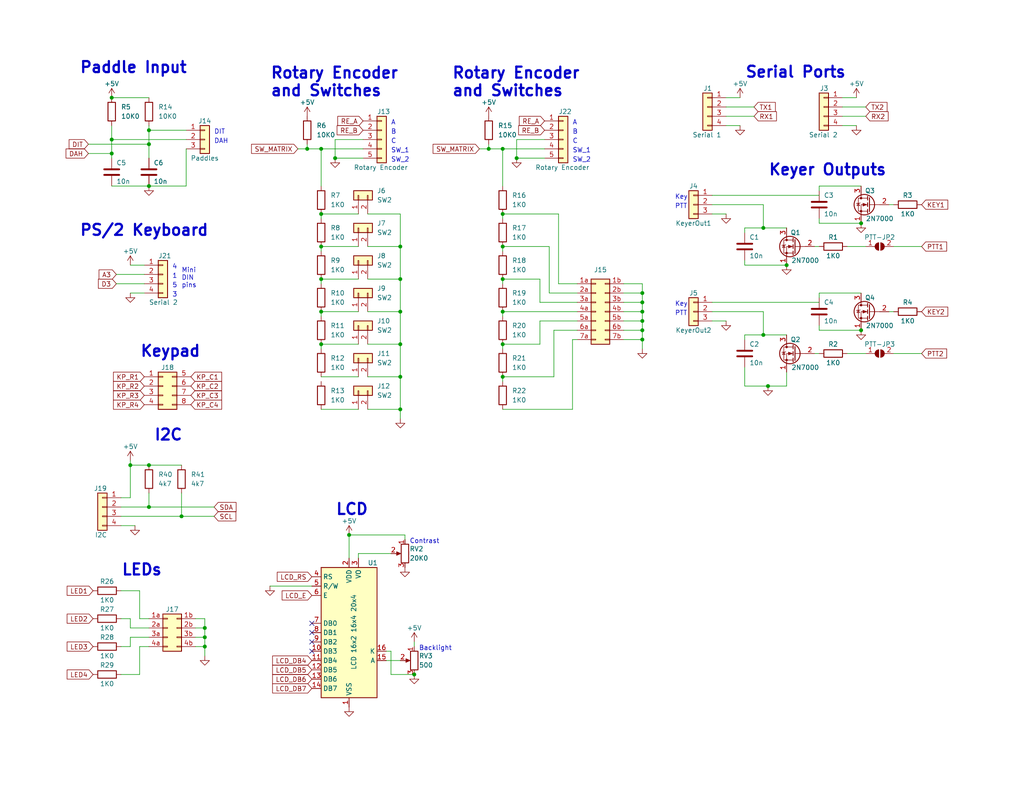
<source format=kicad_sch>
(kicad_sch (version 20230121) (generator eeschema)
  (paper "USLetter")
  (title_block (title "Arduino Mega2560 K3NG Keyer - Miscellaneous Circuits") (date "2024-03-12") (rev "0.1") (company "EZ Electronics"))
  (lib_symbols
    (symbol "Connector_Generic:Conn_01x02" (pin_names (offset 1.016) hide)
      (property "Reference" "J" (at 0 2.54 0))
      (property "Value" "Conn_01x02" (at 0 -5.08 0))
      (symbol "Conn_01x02_1_1"
        (rectangle (start -1.27 -2.413) (end 0 -2.667) (stroke (width 0.1524)))
        (rectangle (start -1.27 0.127) (end 0 -0.127) (stroke (width 0.1524)))
        (rectangle (start -1.27 1.27) (end 1.27 -3.81) (stroke (width 0.254)) (fill (type background)))
        (pin passive line (at -5.08 0 0) (length 3.81) (name "Pin_1") (number "1"))
        (pin passive line (at -5.08 -2.54 0) (length 3.81) (name "Pin_2") (number "2"))
      )
    )
    (symbol "Connector_Generic:Conn_01x03" (pin_names (offset 1.016) hide)
      (property "Reference" "J" (at 0 5.08 0))
      (property "Value" "Conn_01x03" (at 0 -5.08 0))
      (symbol "Conn_01x03_1_1"
        (rectangle (start -1.27 -2.413) (end 0 -2.667) (stroke (width 0.1524)))
        (rectangle (start -1.27 0.127) (end 0 -0.127) (stroke (width 0.1524)))
        (rectangle (start -1.27 2.667) (end 0 2.413) (stroke (width 0.1524)))
        (rectangle (start -1.27 3.81) (end 1.27 -3.81) (stroke (width 0.254)) (fill (type background)))
        (pin passive line (at -5.08 2.54 0) (length 3.81) (name "Pin_1") (number "1"))
        (pin passive line (at -5.08 0 0) (length 3.81) (name "Pin_2") (number "2"))
        (pin passive line (at -5.08 -2.54 0) (length 3.81) (name "Pin_3") (number "3"))
      )
    )
    (symbol "Connector_Generic:Conn_01x04" (pin_names (offset 1.016) hide)
      (property "Reference" "J" (at 0 5.08 0))
      (property "Value" "Conn_01x04" (at 0 -7.62 0))
      (symbol "Conn_01x04_1_1"
        (rectangle (start -1.27 -4.953) (end 0 -5.207) (stroke (width 0.1524)))
        (rectangle (start -1.27 -2.413) (end 0 -2.667) (stroke (width 0.1524)))
        (rectangle (start -1.27 0.127) (end 0 -0.127) (stroke (width 0.1524)))
        (rectangle (start -1.27 2.667) (end 0 2.413) (stroke (width 0.1524)))
        (rectangle (start -1.27 3.81) (end 1.27 -6.35) (stroke (width 0.254)) (fill (type background)))
        (pin passive line (at -5.08 2.54 0) (length 3.81) (name "Pin_1") (number "1"))
        (pin passive line (at -5.08 0 0) (length 3.81) (name "Pin_2") (number "2"))
        (pin passive line (at -5.08 -2.54 0) (length 3.81) (name "Pin_3") (number "3"))
        (pin passive line (at -5.08 -5.08 0) (length 3.81) (name "Pin_4") (number "4"))
      )
    )
    (symbol "Connector_Generic:Conn_01x05" (pin_names (offset 1.016) hide)
      (property "Reference" "J" (at 0 7.62 0))
      (property "Value" "Conn_01x05" (at 0 -7.62 0))
      (symbol "Conn_01x05_1_1"
        (rectangle (start -1.27 -4.953) (end 0 -5.207) (stroke (width 0.1524)))
        (rectangle (start -1.27 -2.413) (end 0 -2.667) (stroke (width 0.1524)))
        (rectangle (start -1.27 0.127) (end 0 -0.127) (stroke (width 0.1524)))
        (rectangle (start -1.27 2.667) (end 0 2.413) (stroke (width 0.1524)))
        (rectangle (start -1.27 5.207) (end 0 4.953) (stroke (width 0.1524)))
        (rectangle (start -1.27 6.35) (end 1.27 -6.35) (stroke (width 0.254)) (fill (type background)))
        (pin passive line (at -5.08 5.08 0) (length 3.81) (name "Pin_1") (number "1"))
        (pin passive line (at -5.08 2.54 0) (length 3.81) (name "Pin_2") (number "2"))
        (pin passive line (at -5.08 0 0) (length 3.81) (name "Pin_3") (number "3"))
        (pin passive line (at -5.08 -2.54 0) (length 3.81) (name "Pin_4") (number "4"))
        (pin passive line (at -5.08 -5.08 0) (length 3.81) (name "Pin_5") (number "5"))
      )
    )
    (symbol "Connector_Generic:Conn_02x04_Row_Letter_Last" (pin_names (offset 1.016) hide)
      (property "Reference" "J" (at 1.27 5.08 0))
      (property "Value" "Conn_02x04_Row_Letter_Last" (at 1.27 -7.62 0))
      (symbol "Conn_02x04_Row_Letter_Last_1_1"
        (rectangle (start -1.27 -4.953) (end 0 -5.207) (stroke (width 0.1524)))
        (rectangle (start -1.27 -2.413) (end 0 -2.667) (stroke (width 0.1524)))
        (rectangle (start -1.27 0.127) (end 0 -0.127) (stroke (width 0.1524)))
        (rectangle (start -1.27 2.667) (end 0 2.413) (stroke (width 0.1524)))
        (rectangle (start -1.27 3.81) (end 3.81 -6.35) (stroke (width 0.254)) (fill (type background)))
        (rectangle (start 3.81 -4.953) (end 2.54 -5.207) (stroke (width 0.1524)))
        (rectangle (start 3.81 -2.413) (end 2.54 -2.667) (stroke (width 0.1524)))
        (rectangle (start 3.81 0.127) (end 2.54 -0.127) (stroke (width 0.1524)))
        (rectangle (start 3.81 2.667) (end 2.54 2.413) (stroke (width 0.1524)))
        (pin passive line (at -5.08 2.54 0) (length 3.81) (name "Pin_1a") (number "1a"))
        (pin passive line (at 7.62 2.54 180) (length 3.81) (name "Pin_1b") (number "1b"))
        (pin passive line (at -5.08 0 0) (length 3.81) (name "Pin_2a") (number "2a"))
        (pin passive line (at 7.62 0 180) (length 3.81) (name "Pin_2b") (number "2b"))
        (pin passive line (at -5.08 -2.54 0) (length 3.81) (name "Pin_3a") (number "3a"))
        (pin passive line (at 7.62 -2.54 180) (length 3.81) (name "Pin_3b") (number "3b"))
        (pin passive line (at -5.08 -5.08 0) (length 3.81) (name "Pin_4a") (number "4a"))
        (pin passive line (at 7.62 -5.08 180) (length 3.81) (name "Pin_4b") (number "4b"))
      )
    )
    (symbol "Connector_Generic:Conn_02x04_Top_Bottom" (pin_names (offset 1.016) hide)
      (property "Reference" "J" (at 1.27 5.08 0))
      (property "Value" "Conn_02x04_Top_Bottom" (at 1.27 -7.62 0))
      (symbol "Conn_02x04_Top_Bottom_1_1"
        (rectangle (start -1.27 -4.953) (end 0 -5.207) (stroke (width 0.1524)))
        (rectangle (start -1.27 -2.413) (end 0 -2.667) (stroke (width 0.1524)))
        (rectangle (start -1.27 0.127) (end 0 -0.127) (stroke (width 0.1524)))
        (rectangle (start -1.27 2.667) (end 0 2.413) (stroke (width 0.1524)))
        (rectangle (start -1.27 3.81) (end 3.81 -6.35) (stroke (width 0.254)) (fill (type background)))
        (rectangle (start 3.81 -4.953) (end 2.54 -5.207) (stroke (width 0.1524)))
        (rectangle (start 3.81 -2.413) (end 2.54 -2.667) (stroke (width 0.1524)))
        (rectangle (start 3.81 0.127) (end 2.54 -0.127) (stroke (width 0.1524)))
        (rectangle (start 3.81 2.667) (end 2.54 2.413) (stroke (width 0.1524)))
        (pin passive line (at -5.08 2.54 0) (length 3.81) (name "Pin_1") (number "1"))
        (pin passive line (at -5.08 0 0) (length 3.81) (name "Pin_2") (number "2"))
        (pin passive line (at -5.08 -2.54 0) (length 3.81) (name "Pin_3") (number "3"))
        (pin passive line (at -5.08 -5.08 0) (length 3.81) (name "Pin_4") (number "4"))
        (pin passive line (at 7.62 2.54 180) (length 3.81) (name "Pin_5") (number "5"))
        (pin passive line (at 7.62 0 180) (length 3.81) (name "Pin_6") (number "6"))
        (pin passive line (at 7.62 -2.54 180) (length 3.81) (name "Pin_7") (number "7"))
        (pin passive line (at 7.62 -5.08 180) (length 3.81) (name "Pin_8") (number "8"))
      )
    )
    (symbol "Connector_Generic:Conn_02x07_Row_Letter_Last" (pin_names (offset 1.016) hide)
      (property "Reference" "J" (at 1.27 10.16 0))
      (property "Value" "Conn_02x07_Row_Letter_Last" (at 1.27 -10.16 0))
      (symbol "Conn_02x07_Row_Letter_Last_1_1"
        (rectangle (start -1.27 -7.493) (end 0 -7.747) (stroke (width 0.1524)))
        (rectangle (start -1.27 -4.953) (end 0 -5.207) (stroke (width 0.1524)))
        (rectangle (start -1.27 -2.413) (end 0 -2.667) (stroke (width 0.1524)))
        (rectangle (start -1.27 0.127) (end 0 -0.127) (stroke (width 0.1524)))
        (rectangle (start -1.27 2.667) (end 0 2.413) (stroke (width 0.1524)))
        (rectangle (start -1.27 5.207) (end 0 4.953) (stroke (width 0.1524)))
        (rectangle (start -1.27 7.747) (end 0 7.493) (stroke (width 0.1524)))
        (rectangle (start -1.27 8.89) (end 3.81 -8.89) (stroke (width 0.254)) (fill (type background)))
        (rectangle (start 3.81 -7.493) (end 2.54 -7.747) (stroke (width 0.1524)))
        (rectangle (start 3.81 -4.953) (end 2.54 -5.207) (stroke (width 0.1524)))
        (rectangle (start 3.81 -2.413) (end 2.54 -2.667) (stroke (width 0.1524)))
        (rectangle (start 3.81 0.127) (end 2.54 -0.127) (stroke (width 0.1524)))
        (rectangle (start 3.81 2.667) (end 2.54 2.413) (stroke (width 0.1524)))
        (rectangle (start 3.81 5.207) (end 2.54 4.953) (stroke (width 0.1524)))
        (rectangle (start 3.81 7.747) (end 2.54 7.493) (stroke (width 0.1524)))
        (pin passive line (at -5.08 7.62 0) (length 3.81) (name "Pin_1a") (number "1a"))
        (pin passive line (at 7.62 7.62 180) (length 3.81) (name "Pin_1b") (number "1b"))
        (pin passive line (at -5.08 5.08 0) (length 3.81) (name "Pin_2a") (number "2a"))
        (pin passive line (at 7.62 5.08 180) (length 3.81) (name "Pin_2b") (number "2b"))
        (pin passive line (at -5.08 2.54 0) (length 3.81) (name "Pin_3a") (number "3a"))
        (pin passive line (at 7.62 2.54 180) (length 3.81) (name "Pin_3b") (number "3b"))
        (pin passive line (at -5.08 0 0) (length 3.81) (name "Pin_4a") (number "4a"))
        (pin passive line (at 7.62 0 180) (length 3.81) (name "Pin_4b") (number "4b"))
        (pin passive line (at -5.08 -2.54 0) (length 3.81) (name "Pin_5a") (number "5a"))
        (pin passive line (at 7.62 -2.54 180) (length 3.81) (name "Pin_5b") (number "5b"))
        (pin passive line (at -5.08 -5.08 0) (length 3.81) (name "Pin_6a") (number "6a"))
        (pin passive line (at 7.62 -5.08 180) (length 3.81) (name "Pin_6b") (number "6b"))
        (pin passive line (at -5.08 -7.62 0) (length 3.81) (name "Pin_7a") (number "7a"))
        (pin passive line (at 7.62 -7.62 180) (length 3.81) (name "Pin_7b") (number "7b"))
      )
    )
    (symbol "Device:C" (pin_numbers hide) (pin_names (offset 0.254))
      (property "Reference" "C" (at 0.635 2.54 0))
      (property "Value" "C" (at 0.635 -2.54 0))
      (symbol "C_0_1"
        (polyline (pts (xy -2.032 -0.762) (xy 2.032 -0.762)) (stroke (width 0.508)))
        (polyline (pts (xy -2.032 0.762) (xy 2.032 0.762)) (stroke (width 0.508)))
      )
      (symbol "C_1_1"
        (pin passive line (at 0 3.81 270) (length 2.794) (name "~") (number "1"))
        (pin passive line (at 0 -3.81 90) (length 2.794) (name "~") (number "2"))
      )
    )
    (symbol "Device:R" (pin_numbers hide) (pin_names (offset 0))
      (property "Reference" "R" (at 2.032 0 90))
      (property "Value" "R" (at 0 0 90))
      (symbol "R_0_1"
        (rectangle (start -1.016 -2.54) (end 1.016 2.54) (stroke (width 0.254)))
      )
      (symbol "R_1_1"
        (pin passive line (at 0 3.81 270) (length 1.27) (name "~") (number "1"))
        (pin passive line (at 0 -3.81 90) (length 1.27) (name "~") (number "2"))
      )
    )
    (symbol "Device:R_Potentiometer" (pin_names (offset 1.016) hide)
      (property "Reference" "RV" (at -4.445 0 90))
      (property "Value" "R_Potentiometer" (at -2.54 0 90))
      (symbol "R_Potentiometer_0_1"
        (polyline (pts (xy 2.54 0) (xy 1.524 0)))
        (polyline (pts (xy 1.143 0) (xy 2.286 0.508) (xy 2.286 -0.508) (xy 1.143 0)) (fill (type outline)))
        (rectangle (start 1.016 2.54) (end -1.016 -2.54) (stroke (width 0.254)))
      )
      (symbol "R_Potentiometer_1_1"
        (pin passive line (at 0 3.81 270) (length 1.27) (name "1") (number "1"))
        (pin passive line (at 3.81 0 180) (length 1.27) (name "2") (number "2"))
        (pin passive line (at 0 -3.81 90) (length 1.27) (name "3") (number "3"))
      )
    )
    (symbol "Display_Character:NHD-0420H1Z"
      (property "Reference" "U" (at -6.35 19.05 0))
      (property "Value" "NHD-0420H1Z" (at 5.08 19.05 0))
      (symbol "NHD-0420H1Z_0_1"
        (rectangle (start -7.62 17.78) (end 7.62 -17.78) (stroke (width 0.254)) (fill (type background)))
      )
      (symbol "NHD-0420H1Z_1_1"
        (pin power_in line (at 0 -20.32 90) (length 2.54) (name "VSS") (number "1"))
        (pin bidirectional line (at -10.16 -5.08 0) (length 2.54) (name "DB3") (number "10"))
        (pin bidirectional line (at -10.16 -7.62 0) (length 2.54) (name "DB4") (number "11"))
        (pin bidirectional line (at -10.16 -10.16 0) (length 2.54) (name "DB5") (number "12"))
        (pin bidirectional line (at -10.16 -12.7 0) (length 2.54) (name "DB6") (number "13"))
        (pin bidirectional line (at -10.16 -15.24 0) (length 2.54) (name "DB7") (number "14"))
        (pin passive line (at 10.16 -7.62 180) (length 2.54) (name "A") (number "15"))
        (pin passive line (at 10.16 -5.08 180) (length 2.54) (name "K") (number "16"))
        (pin power_in line (at 0 20.32 270) (length 2.54) (name "VDD") (number "2"))
        (pin power_in line (at 2.54 20.32 270) (length 2.54) (name "VO") (number "3"))
        (pin input line (at -10.16 15.24 0) (length 2.54) (name "RS") (number "4"))
        (pin input line (at -10.16 12.7 0) (length 2.54) (name "R/W") (number "5"))
        (pin input line (at -10.16 10.16 0) (length 2.54) (name "E") (number "6"))
        (pin bidirectional line (at -10.16 2.54 0) (length 2.54) (name "DB0") (number "7"))
        (pin bidirectional line (at -10.16 0 0) (length 2.54) (name "DB1") (number "8"))
        (pin bidirectional line (at -10.16 -2.54 0) (length 2.54) (name "DB2") (number "9"))
      )
    )
    (symbol "Jumper:SolderJumper_2_Open" (pin_names (offset 0) hide)
      (property "Reference" "JP" (at 0 2.032 0))
      (property "Value" "SolderJumper_2_Open" (at 0 -2.54 0))
      (symbol "SolderJumper_2_Open_0_1"
        (arc (start -0.254 1.016) (mid -1.2656 0) (end -0.254 -1.016))
        (arc (start -0.254 1.016) (mid -1.2656 0) (end -0.254 -1.016) (fill (type outline)))
        (polyline (pts (xy -0.254 1.016) (xy -0.254 -1.016)))
        (polyline (pts (xy 0.254 1.016) (xy 0.254 -1.016)))
        (arc (start 0.254 -1.016) (mid 1.2656 0) (end 0.254 1.016))
        (arc (start 0.254 -1.016) (mid 1.2656 0) (end 0.254 1.016) (fill (type outline)))
      )
      (symbol "SolderJumper_2_Open_1_1"
        (pin passive line (at -3.81 0 0) (length 2.54) (name "A") (number "1"))
        (pin passive line (at 3.81 0 180) (length 2.54) (name "B") (number "2"))
      )
    )
    (symbol "Transistor_FET:2N7000" (pin_names hide)
      (property "Reference" "Q" (at 5.08 1.905 0))
      (property "Value" "2N7000" (at 5.08 0 0))
      (symbol "2N7000_0_1"
        (polyline (pts (xy 0.254 0) (xy -2.54 0)))
        (polyline (pts (xy 0.254 1.905) (xy 0.254 -1.905)) (stroke (width 0.254)))
        (polyline (pts (xy 0.762 -1.27) (xy 0.762 -2.286)) (stroke (width 0.254)))
        (polyline (pts (xy 0.762 0.508) (xy 0.762 -0.508)) (stroke (width 0.254)))
        (polyline (pts (xy 0.762 2.286) (xy 0.762 1.27)) (stroke (width 0.254)))
        (polyline (pts (xy 2.54 2.54) (xy 2.54 1.778)))
        (polyline (pts (xy 2.54 -2.54) (xy 2.54 0) (xy 0.762 0)))
        (polyline (pts (xy 0.762 -1.778) (xy 3.302 -1.778) (xy 3.302 1.778) (xy 0.762 1.778)))
        (polyline (pts (xy 1.016 0) (xy 2.032 0.381) (xy 2.032 -0.381) (xy 1.016 0)) (fill (type outline)))
        (polyline (pts (xy 2.794 0.508) (xy 2.921 0.381) (xy 3.683 0.381) (xy 3.81 0.254)))
        (polyline (pts (xy 3.302 0.381) (xy 2.921 -0.254) (xy 3.683 -0.254) (xy 3.302 0.381)))
        (circle (center 1.651 0) (radius 2.794) (stroke (width 0.254)))
        (circle (center 2.54 -1.778) (radius 0.254) (fill (type outline)))
        (circle (center 2.54 1.778) (radius 0.254) (fill (type outline)))
      )
      (symbol "2N7000_1_1"
        (pin passive line (at 2.54 -5.08 90) (length 2.54) (name "S") (number "1"))
        (pin input line (at -5.08 0 0) (length 2.54) (name "G") (number "2"))
        (pin passive line (at 2.54 5.08 270) (length 2.54) (name "D") (number "3"))
      )
    )
    (symbol "power:+5V" (power) (pin_names (offset 0))
      (property "Value" "+5V" (at 0 3.556 0))
      (symbol "+5V_0_1"
        (polyline (pts (xy -0.762 1.27) (xy 0 2.54)))
        (polyline (pts (xy 0 0) (xy 0 2.54)))
        (polyline (pts (xy 0 2.54) (xy 0.762 1.27)))
      )
      (symbol "+5V_1_1"
        (pin power_in line (at 0 0 90) (length 0) hide (name "+5V") (number "1"))
      )
    )
    (symbol "power:GND" (power) (pin_names (offset 0))
      (property "Value" "GND" (at 0 -3.81 0))
      (symbol "GND_0_1"
        (polyline (pts (xy 0 0) (xy 0 -1.27) (xy 1.27 -1.27) (xy 0 -2.54) (xy -1.27 -1.27) (xy 0 -1.27)))
      )
      (symbol "GND_1_1"
        (pin power_in line (at 0 0 270) (length 0) hide (name "GND") (number "1"))
      )
    )
  )
  (junction (at 208.28 91.44))
  (junction (at 87.63 85.09))
  (junction (at 137.16 93.98))
  (junction (at 49.53 140.97))
  (junction (at 137.16 58.42))
  (junction (at 214.63 72.39))
  (junction (at 95.25 146.05))
  (junction (at 234.95 60.96))
  (junction (at 137.16 67.31))
  (junction (at 35.56 127))
  (junction (at 109.22 67.31))
  (junction (at 209.55 105.41))
  (junction (at 234.95 90.17))
  (junction (at 30.48 41.91))
  (junction (at 109.22 102.87))
  (junction (at 40.64 138.43))
  (junction (at 30.48 38.1))
  (junction (at 87.63 40.64))
  (junction (at 175.26 90.17))
  (junction (at 87.63 67.31))
  (junction (at 175.26 87.63))
  (junction (at 109.22 76.2))
  (junction (at 83.82 40.64))
  (junction (at 113.03 184.15))
  (junction (at 87.63 58.42))
  (junction (at 30.48 26.67))
  (junction (at 137.16 40.64))
  (junction (at 87.63 93.98))
  (junction (at 175.26 82.55))
  (junction (at 40.64 50.8))
  (junction (at 175.26 85.09))
  (junction (at 55.88 171.45))
  (junction (at 109.22 93.98))
  (junction (at 40.64 127))
  (junction (at 133.35 40.64))
  (junction (at 91.44 43.18))
  (junction (at 40.64 39.37))
  (junction (at 137.16 102.87))
  (junction (at 109.22 85.09))
  (junction (at 55.88 173.99))
  (junction (at 137.16 85.09))
  (junction (at 55.88 176.53))
  (junction (at 175.26 92.71))
  (junction (at 40.64 35.56))
  (junction (at 137.16 76.2))
  (junction (at 175.26 80.01))
  (junction (at 109.22 111.76))
  (junction (at 208.28 62.23))
  (junction (at 140.97 43.18))
  (junction (at 87.63 76.2))
  (no_connect (at 85.09 177.8))
  (no_connect (at 85.09 175.26))
  (no_connect (at 85.09 172.72))
  (no_connect (at 85.09 170.18))
  (wire (pts (xy 55.88 176.53) (xy 55.88 179.07)))
  (wire (pts (xy 40.64 127) (xy 49.53 127)))
  (wire (pts (xy 175.26 77.47) (xy 175.26 80.01)))
  (wire (pts (xy 223.52 52.07) (xy 223.52 50.8)))
  (wire (pts (xy 40.64 35.56) (xy 40.64 39.37)))
  (wire (pts (xy 87.63 40.64) (xy 87.63 50.8)))
  (wire (pts (xy 35.56 176.53) (xy 35.56 173.99)))
  (wire (pts (xy 223.52 60.96) (xy 234.95 60.96)))
  (wire (pts (xy 83.82 40.64) (xy 87.63 40.64)))
  (wire (pts (xy 236.22 67.31) (xy 231.14 67.31)))
  (wire (pts (xy 152.4 58.42) (xy 152.4 77.47)))
  (wire (pts (xy 50.8 40.64) (xy 50.8 50.8)))
  (wire (pts (xy 214.63 101.6) (xy 214.63 105.41)))
  (wire (pts (xy 147.32 87.63) (xy 157.48 87.63)))
  (wire (pts (xy 53.34 173.99) (xy 55.88 173.99)))
  (wire (pts (xy 222.25 96.52) (xy 223.52 96.52)))
  (wire (pts (xy 35.56 135.89) (xy 33.02 135.89)))
  (wire (pts (xy 133.35 39.37) (xy 133.35 40.64)))
  (wire (pts (xy 39.37 72.39) (xy 35.56 72.39)))
  (wire (pts (xy 170.18 82.55) (xy 175.26 82.55)))
  (wire (pts (xy 175.26 85.09) (xy 175.26 87.63)))
  (wire (pts (xy 156.21 111.76) (xy 156.21 92.71)))
  (wire (pts (xy 53.34 176.53) (xy 55.88 176.53)))
  (wire (pts (xy 33.02 143.51) (xy 36.83 143.51)))
  (wire (pts (xy 40.64 34.29) (xy 40.64 35.56)))
  (wire (pts (xy 87.63 85.09) (xy 97.79 85.09)))
  (wire (pts (xy 194.31 58.42) (xy 198.12 58.42)))
  (wire (pts (xy 137.16 76.2) (xy 147.32 76.2)))
  (wire (pts (xy 106.68 184.15) (xy 113.03 184.15)))
  (wire (pts (xy 170.18 85.09) (xy 175.26 85.09)))
  (wire (pts (xy 147.32 82.55) (xy 157.48 82.55)))
  (wire (pts (xy 35.56 173.99) (xy 40.64 173.99)))
  (wire (pts (xy 223.52 88.9) (xy 223.52 90.17)))
  (wire (pts (xy 251.46 67.31) (xy 243.84 67.31)))
  (wire (pts (xy 106.68 151.13) (xy 97.79 151.13)))
  (wire (pts (xy 194.31 82.55) (xy 223.52 82.55)))
  (wire (pts (xy 33.02 184.15) (xy 38.1 184.15)))
  (wire (pts (xy 203.2 91.44) (xy 208.28 91.44)))
  (wire (pts (xy 229.87 34.29) (xy 233.68 34.29)))
  (wire (pts (xy 87.63 76.2) (xy 87.63 77.47)))
  (wire (pts (xy 152.4 77.47) (xy 157.48 77.47)))
  (wire (pts (xy 156.21 92.71) (xy 157.48 92.71)))
  (wire (pts (xy 236.22 96.52) (xy 231.14 96.52)))
  (wire (pts (xy 222.25 67.31) (xy 223.52 67.31)))
  (wire (pts (xy 105.41 180.34) (xy 109.22 180.34)))
  (wire (pts (xy 30.48 34.29) (xy 30.48 38.1)))
  (wire (pts (xy 130.81 40.64) (xy 133.35 40.64)))
  (wire (pts (xy 236.22 29.21) (xy 229.87 29.21)))
  (wire (pts (xy 223.52 90.17) (xy 234.95 90.17)))
  (wire (pts (xy 137.16 40.64) (xy 148.59 40.64)))
  (wire (pts (xy 110.49 147.32) (xy 110.49 146.05)))
  (wire (pts (xy 95.25 146.05) (xy 110.49 146.05)))
  (wire (pts (xy 40.64 39.37) (xy 40.64 43.18)))
  (wire (pts (xy 137.16 67.31) (xy 137.16 68.58)))
  (wire (pts (xy 35.56 171.45) (xy 35.56 168.91)))
  (wire (pts (xy 100.33 102.87) (xy 109.22 102.87)))
  (wire (pts (xy 55.88 173.99) (xy 55.88 176.53)))
  (wire (pts (xy 81.28 40.64) (xy 83.82 40.64)))
  (wire (pts (xy 97.79 151.13) (xy 97.79 152.4)))
  (wire (pts (xy 109.22 76.2) (xy 109.22 85.09)))
  (wire (pts (xy 109.22 93.98) (xy 109.22 102.87)))
  (wire (pts (xy 39.37 80.01) (xy 35.56 80.01)))
  (wire (pts (xy 55.88 168.91) (xy 55.88 171.45)))
  (wire (pts (xy 137.16 85.09) (xy 157.48 85.09)))
  (wire (pts (xy 87.63 111.76) (xy 97.79 111.76)))
  (wire (pts (xy 137.16 93.98) (xy 147.32 93.98)))
  (wire (pts (xy 109.22 111.76) (xy 109.22 114.3)))
  (wire (pts (xy 194.31 53.34) (xy 223.52 53.34)))
  (wire (pts (xy 242.57 85.09) (xy 243.84 85.09)))
  (wire (pts (xy 87.63 58.42) (xy 87.63 59.69)))
  (wire (pts (xy 30.48 26.67) (xy 40.64 26.67)))
  (wire (pts (xy 140.97 43.18) (xy 148.59 43.18)))
  (wire (pts (xy 31.75 77.47) (xy 39.37 77.47)))
  (wire (pts (xy 100.33 111.76) (xy 109.22 111.76)))
  (wire (pts (xy 203.2 71.12) (xy 203.2 72.39)))
  (wire (pts (xy 35.56 168.91) (xy 33.02 168.91)))
  (wire (pts (xy 35.56 127) (xy 35.56 135.89)))
  (wire (pts (xy 109.22 58.42) (xy 109.22 67.31)))
  (wire (pts (xy 91.44 43.18) (xy 99.06 43.18)))
  (wire (pts (xy 30.48 50.8) (xy 40.64 50.8)))
  (wire (pts (xy 40.64 138.43) (xy 58.42 138.43)))
  (wire (pts (xy 53.34 171.45) (xy 55.88 171.45)))
  (wire (pts (xy 35.56 127) (xy 40.64 127)))
  (wire (pts (xy 137.16 85.09) (xy 137.16 86.36)))
  (wire (pts (xy 175.26 80.01) (xy 175.26 82.55)))
  (wire (pts (xy 147.32 76.2) (xy 147.32 82.55)))
  (wire (pts (xy 137.16 102.87) (xy 151.13 102.87)))
  (wire (pts (xy 87.63 102.87) (xy 97.79 102.87)))
  (wire (pts (xy 175.26 82.55) (xy 175.26 85.09)))
  (wire (pts (xy 40.64 138.43) (xy 33.02 138.43)))
  (wire (pts (xy 40.64 35.56) (xy 50.8 35.56)))
  (wire (pts (xy 133.35 40.64) (xy 137.16 40.64)))
  (wire (pts (xy 140.97 38.1) (xy 148.59 38.1)))
  (wire (pts (xy 198.12 31.75) (xy 205.74 31.75)))
  (wire (pts (xy 100.33 85.09) (xy 109.22 85.09)))
  (wire (pts (xy 33.02 161.29) (xy 38.1 161.29)))
  (wire (pts (xy 203.2 105.41) (xy 209.55 105.41)))
  (wire (pts (xy 175.26 87.63) (xy 175.26 90.17)))
  (wire (pts (xy 24.13 39.37) (xy 40.64 39.37)))
  (wire (pts (xy 30.48 38.1) (xy 50.8 38.1)))
  (wire (pts (xy 30.48 41.91) (xy 30.48 43.18)))
  (wire (pts (xy 87.63 85.09) (xy 87.63 86.36)))
  (wire (pts (xy 223.52 59.69) (xy 223.52 60.96)))
  (wire (pts (xy 140.97 43.18) (xy 140.97 38.1)))
  (wire (pts (xy 40.64 134.62) (xy 40.64 138.43)))
  (wire (pts (xy 87.63 93.98) (xy 87.63 95.25)))
  (wire (pts (xy 109.22 67.31) (xy 109.22 76.2)))
  (wire (pts (xy 30.48 38.1) (xy 30.48 41.91)))
  (wire (pts (xy 229.87 26.67) (xy 233.68 26.67)))
  (wire (pts (xy 242.57 55.88) (xy 243.84 55.88)))
  (wire (pts (xy 109.22 85.09) (xy 109.22 93.98)))
  (wire (pts (xy 40.64 171.45) (xy 35.56 171.45)))
  (wire (pts (xy 149.86 67.31) (xy 149.86 80.01)))
  (wire (pts (xy 194.31 85.09) (xy 208.28 85.09)))
  (wire (pts (xy 49.53 140.97) (xy 33.02 140.97)))
  (wire (pts (xy 137.16 93.98) (xy 137.16 95.25)))
  (wire (pts (xy 170.18 92.71) (xy 175.26 92.71)))
  (wire (pts (xy 170.18 87.63) (xy 175.26 87.63)))
  (wire (pts (xy 35.56 125.73) (xy 35.56 127)))
  (wire (pts (xy 109.22 102.87) (xy 109.22 111.76)))
  (wire (pts (xy 49.53 134.62) (xy 49.53 140.97)))
  (wire (pts (xy 137.16 76.2) (xy 137.16 77.47)))
  (wire (pts (xy 198.12 26.67) (xy 201.93 26.67)))
  (wire (pts (xy 87.63 76.2) (xy 97.79 76.2)))
  (wire (pts (xy 24.13 41.91) (xy 30.48 41.91)))
  (wire (pts (xy 208.28 62.23) (xy 214.63 62.23)))
  (wire (pts (xy 170.18 80.01) (xy 175.26 80.01)))
  (wire (pts (xy 137.16 40.64) (xy 137.16 50.8)))
  (wire (pts (xy 223.52 80.01) (xy 234.95 80.01)))
  (wire (pts (xy 105.41 177.8) (xy 106.68 177.8)))
  (wire (pts (xy 194.31 87.63) (xy 198.12 87.63)))
  (wire (pts (xy 208.28 85.09) (xy 208.28 91.44)))
  (wire (pts (xy 137.16 67.31) (xy 149.86 67.31)))
  (wire (pts (xy 33.02 176.53) (xy 35.56 176.53)))
  (wire (pts (xy 170.18 90.17) (xy 175.26 90.17)))
  (wire (pts (xy 205.74 29.21) (xy 198.12 29.21)))
  (wire (pts (xy 208.28 55.88) (xy 208.28 62.23)))
  (wire (pts (xy 147.32 93.98) (xy 147.32 87.63)))
  (wire (pts (xy 137.16 111.76) (xy 156.21 111.76)))
  (wire (pts (xy 208.28 91.44) (xy 214.63 91.44)))
  (wire (pts (xy 100.33 93.98) (xy 109.22 93.98)))
  (wire (pts (xy 87.63 93.98) (xy 97.79 93.98)))
  (wire (pts (xy 137.16 58.42) (xy 137.16 59.69)))
  (wire (pts (xy 149.86 80.01) (xy 157.48 80.01)))
  (wire (pts (xy 137.16 58.42) (xy 152.4 58.42)))
  (wire (pts (xy 38.1 176.53) (xy 38.1 184.15)))
  (wire (pts (xy 100.33 76.2) (xy 109.22 76.2)))
  (wire (pts (xy 203.2 100.33) (xy 203.2 105.41)))
  (wire (pts (xy 203.2 72.39) (xy 214.63 72.39)))
  (wire (pts (xy 91.44 38.1) (xy 99.06 38.1)))
  (wire (pts (xy 194.31 55.88) (xy 208.28 55.88)))
  (wire (pts (xy 175.26 90.17) (xy 175.26 92.71)))
  (wire (pts (xy 113.03 176.53) (xy 113.03 175.26)))
  (wire (pts (xy 236.22 31.75) (xy 229.87 31.75)))
  (wire (pts (xy 40.64 176.53) (xy 38.1 176.53)))
  (wire (pts (xy 170.18 77.47) (xy 175.26 77.47)))
  (wire (pts (xy 151.13 102.87) (xy 151.13 90.17)))
  (wire (pts (xy 198.12 34.29) (xy 201.93 34.29)))
  (wire (pts (xy 83.82 39.37) (xy 83.82 40.64)))
  (wire (pts (xy 38.1 161.29) (xy 38.1 168.91)))
  (wire (pts (xy 49.53 140.97) (xy 58.42 140.97)))
  (wire (pts (xy 87.63 58.42) (xy 97.79 58.42)))
  (wire (pts (xy 87.63 67.31) (xy 87.63 68.58)))
  (wire (pts (xy 106.68 177.8) (xy 106.68 184.15)))
  (wire (pts (xy 95.25 146.05) (xy 95.25 152.4)))
  (wire (pts (xy 87.63 40.64) (xy 99.06 40.64)))
  (wire (pts (xy 151.13 90.17) (xy 157.48 90.17)))
  (wire (pts (xy 55.88 171.45) (xy 55.88 173.99)))
  (wire (pts (xy 223.52 81.28) (xy 223.52 80.01)))
  (wire (pts (xy 251.46 96.52) (xy 243.84 96.52)))
  (wire (pts (xy 100.33 67.31) (xy 109.22 67.31)))
  (wire (pts (xy 53.34 168.91) (xy 55.88 168.91)))
  (wire (pts (xy 214.63 105.41) (xy 209.55 105.41)))
  (wire (pts (xy 40.64 50.8) (xy 50.8 50.8)))
  (wire (pts (xy 175.26 92.71) (xy 175.26 95.25)))
  (wire (pts (xy 31.75 74.93) (xy 39.37 74.93)))
  (wire (pts (xy 73.66 160.02) (xy 85.09 160.02)))
  (wire (pts (xy 203.2 62.23) (xy 208.28 62.23)))
  (wire (pts (xy 91.44 43.18) (xy 91.44 38.1)))
  (wire (pts (xy 100.33 58.42) (xy 109.22 58.42)))
  (wire (pts (xy 203.2 92.71) (xy 203.2 91.44)))
  (wire (pts (xy 38.1 168.91) (xy 40.64 168.91)))
  (wire (pts (xy 203.2 63.5) (xy 203.2 62.23)))
  (wire (pts (xy 223.52 50.8) (xy 234.95 50.8)))
  (wire (pts (xy 137.16 102.87) (xy 137.16 104.14)))
  (wire (pts (xy 87.63 67.31) (xy 97.79 67.31)))
  (text "SW_1" (at 156.21 41.91 0) (effects (font (size 1.27 1.27)) (justify left bottom)))
  (text "LCD" (at 91.44 140.97 0) (effects (font (size 3 3) (thickness 0.6) bold) (justify left bottom)))
  (text "DIT" (at 58.42 36.83 0) (effects (font (size 1.27 1.27)) (justify left bottom)))
  (text "3" (at 46.99 81.28 0) (effects (font (size 1.27 1.27)) (justify left bottom)))
  (text "Paddle Input" (at 21.59 20.32 0) (effects (font (size 3 3) (thickness 0.6) bold) (justify left bottom)))
  (text "SW_2" (at 106.68 44.45 0) (effects (font (size 1.27 1.27)) (justify left bottom)))
  (text "B" (at 156.21 36.83 0) (effects (font (size 1.27 1.27)) (justify left bottom)))
  (text "Mini\nDIN\npins" (at 49.53 78.74 0) (effects (font (size 1.27 1.27)) (justify left bottom)))
  (text "Rotary Encoder\nand Switches" (at 73.66 26.67 0) (effects (font (size 3 3) (thickness 0.6) bold) (justify left bottom)))
  (text "PTT" (at 184.15 57.15 0) (effects (font (size 1.27 1.27)) (justify left bottom)))
  (text "DAH" (at 58.42 39.37 0) (effects (font (size 1.27 1.27)) (justify left bottom)))
  (text "Backlight" (at 114.3 177.8 0) (effects (font (size 1.27 1.27)) (justify left bottom)))
  (text "PTT" (at 184.15 86.36 0) (effects (font (size 1.27 1.27)) (justify left bottom)))
  (text "A" (at 156.21 34.29 0) (effects (font (size 1.27 1.27)) (justify left bottom)))
  (text "4" (at 46.99 73.66 0) (effects (font (size 1.27 1.27)) (justify left bottom)))
  (text "5" (at 46.99 78.74 0) (effects (font (size 1.27 1.27)) (justify left bottom)))
  (text "Key" (at 184.15 54.61 0) (effects (font (size 1.27 1.27)) (justify left bottom)))
  (text "B" (at 106.68 36.83 0) (effects (font (size 1.27 1.27)) (justify left bottom)))
  (text "Keyer Outputs" (at 209.55 48.26 0) (effects (font (size 3 3) (thickness 0.6) bold) (justify left bottom)))
  (text "I2C" (at 41.91 120.65 0) (effects (font (size 3 3) (thickness 0.6) bold) (justify left bottom)))
  (text "C" (at 156.21 39.37 0) (effects (font (size 1.27 1.27)) (justify left bottom)))
  (text "PS/2 Keyboard" (at 21.59 64.77 0) (effects (font (size 3 3) (thickness 0.6) bold) (justify left bottom)))
  (text "1" (at 46.99 76.2 0) (effects (font (size 1.27 1.27)) (justify left bottom)))
  (text "SW_1" (at 106.68 41.91 0) (effects (font (size 1.27 1.27)) (justify left bottom)))
  (text "Keypad" (at 38.1 97.79 0) (effects (font (size 3 3) (thickness 0.6) bold) (justify left bottom)))
  (text "Serial Ports" (at 203.2 21.59 0) (effects (font (size 3 3) (thickness 0.6) bold) (justify left bottom)))
  (text "Key" (at 184.15 83.82 0) (effects (font (size 1.27 1.27)) (justify left bottom)))
  (text "SW_2" (at 156.21 44.45 0) (effects (font (size 1.27 1.27)) (justify left bottom)))
  (text "Rotary Encoder\nand Switches" (at 123.19 26.67 0) (effects (font (size 3 3) (thickness 0.6) bold) (justify left bottom)))
  (text "Contrast" (at 111.76 148.59 0) (effects (font (size 1.27 1.27)) (justify left bottom)))
  (text "C" (at 106.68 39.37 0) (effects (font (size 1.27 1.27)) (justify left bottom)))
  (text "A" (at 106.68 34.29 0) (effects (font (size 1.27 1.27)) (justify left bottom)))
  (text "LEDs" (at 33.02 157.48 0) (effects (font (size 3 3) (thickness 0.6) bold) (justify left bottom)))
  (global_label "RE_A" (shape input) (at 148.59 33.02 180) (property "Intersheetrefs" "${INTERSHEET_REFS}" (effects hide)))
  (global_label "SW_MATRIX" (shape input) (at 130.81 40.64 180) (property "Intersheetrefs" "${INTERSHEET_REFS}" (effects hide)))
  (global_label "KP_R1" (shape input) (at 39.37 102.87 180) (property "Intersheetrefs" "${INTERSHEET_REFS}" (effects hide)))
  (global_label "TX2" (shape input) (at 236.22 29.21 0) (property "Intersheetrefs" "${INTERSHEET_REFS}" (effects hide)))
  (global_label "D3" (shape input) (at 31.75 77.47 180) (property "Intersheetrefs" "${INTERSHEET_REFS}" (effects hide)))
  (global_label "LCD_DB7" (shape input) (at 85.09 187.96 180) (property "Intersheetrefs" "${INTERSHEET_REFS}" (effects hide)))
  (global_label "KP_R4" (shape input) (at 39.37 110.49 180) (property "Intersheetrefs" "${INTERSHEET_REFS}" (effects hide)))
  (global_label "KP_C1" (shape input) (at 52.07 102.87 0) (property "Intersheetrefs" "${INTERSHEET_REFS}" (effects hide)))
  (global_label "LED3" (shape input) (at 25.4 176.53 180) (property "Intersheetrefs" "${INTERSHEET_REFS}" (effects hide)))
  (global_label "LCD_DB6" (shape input) (at 85.09 185.42 180) (property "Intersheetrefs" "${INTERSHEET_REFS}" (effects hide)))
  (global_label "LED4" (shape input) (at 25.4 184.15 180) (property "Intersheetrefs" "${INTERSHEET_REFS}" (effects hide)))
  (global_label "RX2" (shape input) (at 236.22 31.75 0) (property "Intersheetrefs" "${INTERSHEET_REFS}" (effects hide)))
  (global_label "SDA" (shape input) (at 58.42 138.43 0) (property "Intersheetrefs" "${INTERSHEET_REFS}" (effects hide)))
  (global_label "DAH" (shape input) (at 24.13 41.91 180) (property "Intersheetrefs" "${INTERSHEET_REFS}" (effects hide)))
  (global_label "KP_R3" (shape input) (at 39.37 107.95 180) (property "Intersheetrefs" "${INTERSHEET_REFS}" (effects hide)))
  (global_label "PTT1" (shape input) (at 251.46 67.31 0) (property "Intersheetrefs" "${INTERSHEET_REFS}" (effects hide)))
  (global_label "TX1" (shape input) (at 205.74 29.21 0) (property "Intersheetrefs" "${INTERSHEET_REFS}" (effects hide)))
  (global_label "LCD_RS" (shape input) (at 85.09 157.48 180) (property "Intersheetrefs" "${INTERSHEET_REFS}" (effects hide)))
  (global_label "KEY2" (shape input) (at 251.46 85.09 0) (property "Intersheetrefs" "${INTERSHEET_REFS}" (effects hide)))
  (global_label "RE_A" (shape input) (at 99.06 33.02 180) (property "Intersheetrefs" "${INTERSHEET_REFS}" (effects hide)))
  (global_label "RX1" (shape input) (at 205.74 31.75 0) (property "Intersheetrefs" "${INTERSHEET_REFS}" (effects hide)))
  (global_label "RE_B" (shape input) (at 148.59 35.56 180) (property "Intersheetrefs" "${INTERSHEET_REFS}" (effects hide)))
  (global_label "LCD_DB5" (shape input) (at 85.09 182.88 180) (property "Intersheetrefs" "${INTERSHEET_REFS}" (effects hide)))
  (global_label "KP_C3" (shape input) (at 52.07 107.95 0) (property "Intersheetrefs" "${INTERSHEET_REFS}" (effects hide)))
  (global_label "DIT" (shape input) (at 24.13 39.37 180) (property "Intersheetrefs" "${INTERSHEET_REFS}" (effects hide)))
  (global_label "RE_B" (shape input) (at 99.06 35.56 180) (property "Intersheetrefs" "${INTERSHEET_REFS}" (effects hide)))
  (global_label "PTT2" (shape input) (at 251.46 96.52 0) (property "Intersheetrefs" "${INTERSHEET_REFS}" (effects hide)))
  (global_label "LED1" (shape input) (at 25.4 161.29 180) (property "Intersheetrefs" "${INTERSHEET_REFS}" (effects hide)))
  (global_label "SW_MATRIX" (shape input) (at 81.28 40.64 180) (property "Intersheetrefs" "${INTERSHEET_REFS}" (effects hide)))
  (global_label "LED2" (shape input) (at 25.4 168.91 180) (property "Intersheetrefs" "${INTERSHEET_REFS}" (effects hide)))
  (global_label "KP_R2" (shape input) (at 39.37 105.41 180) (property "Intersheetrefs" "${INTERSHEET_REFS}" (effects hide)))
  (global_label "LCD_E" (shape input) (at 85.09 162.56 180) (property "Intersheetrefs" "${INTERSHEET_REFS}" (effects hide)))
  (global_label "SCL" (shape input) (at 58.42 140.97 0) (property "Intersheetrefs" "${INTERSHEET_REFS}" (effects hide)))
  (global_label "KP_C2" (shape input) (at 52.07 105.41 0) (property "Intersheetrefs" "${INTERSHEET_REFS}" (effects hide)))
  (global_label "LCD_DB4" (shape input) (at 85.09 180.34 180) (property "Intersheetrefs" "${INTERSHEET_REFS}" (effects hide)))
  (global_label "KP_C4" (shape input) (at 52.07 110.49 0) (property "Intersheetrefs" "${INTERSHEET_REFS}" (effects hide)))
  (global_label "KEY1" (shape input) (at 251.46 55.88 0) (property "Intersheetrefs" "${INTERSHEET_REFS}" (effects hide)))
  (global_label "A3" (shape input) (at 31.75 74.93 180) (property "Intersheetrefs" "${INTERSHEET_REFS}" (effects hide)))
  (symbol (lib_id "Connector_Generic:Conn_02x04_Top_Bottom") (at 44.45 105.41 0) (unit 1)
    (property "Reference" "J18" (at 45.72 100.33 0))
    (property "Value" "Conn_02x04_Top_Bottom" (effects hide))
  )
  (symbol (lib_id "Device:R") (at 137.16 63.5 0) (unit 1)
    (property "Reference" "R17" (at 139.7 62.23 0) (effects (justify left)))
    (property "Value" "1K0" (at 139.7 64.77 0) (effects (justify left)))
  )
  (symbol (lib_id "power:GND") (at 209.55 105.41 0) (unit 1)
    (property "Reference" "#PWR010" (effects hide))
    (property "Value" "GND" (effects hide))
  )
  (symbol (lib_id "Connector_Generic:Conn_01x04") (at 193.04 29.21 0) (mirror y) (unit 1)
    (property "Reference" "J1" (at 194.31 24.13 0) (effects (justify left)))
    (property "Value" "Serial 1" (at 196.85 36.83 0) (effects (justify left)))
  )
  (symbol (lib_id "power:GND") (at 140.97 43.18 0) (unit 1)
    (property "Reference" "#PWR020" (effects hide))
    (property "Value" "GND" (effects hide))
  )
  (symbol (lib_id "Device:R") (at 137.16 90.17 0) (unit 1)
    (property "Reference" "R20" (at 139.7 88.9 0) (effects (justify left)))
    (property "Value" "1K0" (at 139.7 91.44 0) (effects (justify left)))
  )
  (symbol (lib_id "power:GND") (at 175.26 95.25 0) (unit 1)
    (property "Reference" "#PWR021" (effects hide))
    (property "Value" "GND" (effects hide))
  )
  (symbol (lib_id "power:GND") (at 36.83 143.51 0) (unit 1)
    (property "Reference" "#PWR043" (effects hide))
    (property "Value" "GND" (effects hide))
  )
  (symbol (lib_id "Device:R_Potentiometer") (at 110.49 151.13 0) (mirror y) (unit 1)
    (property "Reference" "RV2" (at 111.76 149.86 0) (effects (justify right)))
    (property "Value" "20K0" (at 111.76 152.4 0) (effects (justify right)))
  )
  (symbol (lib_id "Device:C") (at 203.2 96.52 0) (unit 1)
    (property "Reference" "C2" (at 204.47 93.98 0) (effects (justify left)))
    (property "Value" "10n" (at 204.47 99.06 0) (effects (justify left)))
  )
  (symbol (lib_id "Device:R") (at 133.35 35.56 0) (unit 1)
    (property "Reference" "R15" (at 135.89 34.29 0) (effects (justify left)))
    (property "Value" "10K0" (at 135.89 36.83 0) (effects (justify left)))
  )
  (symbol (lib_id "Display_Character:NHD-0420H1Z") (at 95.25 172.72 0) (unit 1)
    (property "Reference" "U1" (at 100.33 153.67 0) (effects (justify left)))
    (property "Value" "LCD 16x2 16x4 20x4" (at 96.52 182.88 90) (effects (justify left)))
    (property "Footprint" "Display:NHD-0420H1Z" (effects hide))
    (property "Datasheet" "http://www.newhavendisplay.com/specs/NHD-0420H1Z-FSW-GBW-33V3.pdf" (effects hide))
  )
  (symbol (lib_id "power:+5V") (at 201.93 26.67 0) (unit 1)
    (property "Reference" "#PWR02" (effects hide))
    (property "Value" "+5V" (at 201.93 22.86 0))
  )
  (symbol (lib_id "power:+5V") (at 133.35 31.75 0) (unit 1)
    (property "Reference" "#PWR019" (effects hide))
    (property "Value" "+5V" (at 133.35 27.94 0))
  )
  (symbol (lib_id "power:+5V") (at 35.56 125.73 0) (unit 1)
    (property "Reference" "#PWR042" (effects hide))
    (property "Value" "+5V" (at 35.56 121.92 0))
  )
  (symbol (lib_id "power:GND") (at 110.49 154.94 0) (mirror y) (unit 1)
    (property "Reference" "#PWR028" (effects hide))
    (property "Value" "GND" (effects hide))
  )
  (symbol (lib_id "Connector_Generic:Conn_01x02") (at 97.79 71.12 90) (unit 1)
    (property "Reference" "J8" (at 102.87 69.85 90) (effects (justify right)))
    (property "Value" "SW2" (at 102.87 72.39 90) (effects (justify right)))
  )
  (symbol (lib_id "Device:R") (at 30.48 30.48 0) (unit 1)
    (property "Reference" "R5" (at 33.02 29.21 0) (effects (justify left)))
    (property "Value" "10K0" (at 33.02 31.75 0) (effects (justify left)))
  )
  (symbol (lib_id "Connector_Generic:Conn_01x02") (at 97.79 53.34 90) (unit 1)
    (property "Reference" "J6" (at 102.87 52.07 90) (effects (justify right)))
    (property "Value" "SW2" (at 102.87 54.61 90) (effects (justify right)))
  )
  (symbol (lib_id "Jumper:SolderJumper_2_Open") (at 240.03 96.52 0) (unit 1)
    (property "Reference" "PTT-JP3" (at 240.03 93.98 0))
    (property "Value" "SolderJumper_2_Open" (effects hide))
  )
  (symbol (lib_id "power:GND") (at 95.25 193.04 0) (unit 1)
    (property "Reference" "#PWR027" (effects hide))
    (property "Value" "GND" (effects hide))
  )
  (symbol (lib_id "Device:R") (at 83.82 35.56 0) (unit 1)
    (property "Reference" "R6" (at 86.36 34.29 0) (effects (justify left)))
    (property "Value" "10K0" (at 86.36 36.83 0) (effects (justify left)))
  )
  (symbol (lib_id "Device:C") (at 40.64 46.99 0) (unit 1)
    (property "Reference" "C6" (at 41.91 44.45 0) (effects (justify left)))
    (property "Value" "10n" (at 41.91 49.53 0) (effects (justify left)))
  )
  (symbol (lib_id "Transistor_FET:2N7000") (at 237.49 55.88 0) (mirror y) (unit 1)
    (property "Reference" "Q3" (at 238.76 52.07 0) (effects (justify left)))
    (property "Value" "2N7000" (at 243.84 59.69 0) (effects (justify left)))
    (property "Footprint" "Package_TO_SOT_THT:TO-92_Inline" (effects hide))
    (property "Datasheet" "https://www.vishay.com/docs/70226/70226.pdf" (effects hide))
  )
  (symbol (lib_id "Connector_Generic:Conn_02x07_Row_Letter_Last") (at 162.56 85.09 0) (unit 1)
    (property "Reference" "J15" (at 163.83 73.66 0))
    (property "Value" "Conn_02x07_Row_Letter_Last" (effects hide))
  )
  (symbol (lib_id "Connector_Generic:Conn_01x04") (at 27.94 138.43 0) (mirror y) (unit 1)
    (property "Reference" "J19" (at 29.21 133.35 0) (effects (justify left)))
    (property "Value" "I2C" (at 29.21 146.05 0) (effects (justify left)))
  )
  (symbol (lib_id "Device:R_Potentiometer") (at 113.03 180.34 0) (mirror y) (unit 1)
    (property "Reference" "RV3" (at 114.3 179.07 0) (effects (justify right)))
    (property "Value" "500" (at 114.3 181.61 0) (effects (justify right)))
  )
  (symbol (lib_id "Device:R") (at 227.33 67.31 90) (unit 1)
    (property "Reference" "R1" (at 227.33 64.77 90))
    (property "Value" "1K0" (at 227.33 69.85 90))
  )
  (symbol (lib_id "Device:R") (at 87.63 107.95 0) (unit 1)
    (property "Reference" "R13" (at 90.17 106.68 0) (effects (justify left)))
    (property "Value" "1K0" (at 90.17 109.22 0) (effects (justify left)))
  )
  (symbol (lib_id "Connector_Generic:Conn_01x02") (at 97.79 106.68 90) (unit 1)
    (property "Reference" "J12" (at 102.87 105.41 90) (effects (justify right)))
    (property "Value" "SW2" (at 102.87 107.95 90) (effects (justify right)))
  )
  (symbol (lib_id "Transistor_FET:2N7000") (at 237.49 85.09 0) (mirror y) (unit 1)
    (property "Reference" "Q4" (at 238.76 81.28 0) (effects (justify left)))
    (property "Value" "2N7000" (at 243.84 88.9 0) (effects (justify left)))
    (property "Footprint" "Package_TO_SOT_THT:TO-92_Inline" (effects hide))
    (property "Datasheet" "https://www.vishay.com/docs/70226/70226.pdf" (effects hide))
  )
  (symbol (lib_id "Device:R") (at 137.16 81.28 0) (unit 1)
    (property "Reference" "R19" (at 139.7 80.01 0) (effects (justify left)))
    (property "Value" "1K0" (at 139.7 82.55 0) (effects (justify left)))
  )
  (symbol (lib_id "Connector_Generic:Conn_01x04") (at 224.79 29.21 0) (mirror y) (unit 1)
    (property "Reference" "J3" (at 226.06 24.13 0) (effects (justify left)))
    (property "Value" "Serial 2" (at 228.6 36.83 0) (effects (justify left)))
  )
  (symbol (lib_id "Transistor_FET:2N7000") (at 217.17 67.31 0) (mirror y) (unit 1)
    (property "Reference" "Q1" (at 218.44 63.5 0) (effects (justify left)))
    (property "Value" "2N7000" (at 223.52 71.12 0) (effects (justify left)))
    (property "Footprint" "Package_TO_SOT_THT:TO-92_Inline" (effects hide))
    (property "Datasheet" "https://www.vishay.com/docs/70226/70226.pdf" (effects hide))
  )
  (symbol (lib_id "Device:R") (at 87.63 90.17 0) (unit 1)
    (property "Reference" "R11" (at 90.17 88.9 0) (effects (justify left)))
    (property "Value" "1K0" (at 90.17 91.44 0) (effects (justify left)))
  )
  (symbol (lib_id "power:GND") (at 214.63 72.39 0) (unit 1)
    (property "Reference" "#PWR011" (effects hide))
    (property "Value" "GND" (effects hide))
  )
  (symbol (lib_id "Connector_Generic:Conn_01x02") (at 97.79 88.9 90) (unit 1)
    (property "Reference" "J10" (at 102.87 87.63 90) (effects (justify right)))
    (property "Value" "SW2" (at 102.87 90.17 90) (effects (justify right)))
  )
  (symbol (lib_id "power:GND") (at 198.12 87.63 0) (unit 1)
    (property "Reference" "#PWR09" (effects hide))
    (property "Value" "GND" (effects hide))
  )
  (symbol (lib_id "Device:R") (at 247.65 55.88 90) (unit 1)
    (property "Reference" "R3" (at 247.65 53.34 90))
    (property "Value" "1K0" (at 247.65 58.42 90))
  )
  (symbol (lib_id "power:GND") (at 234.95 90.17 0) (unit 1)
    (property "Reference" "#PWR013" (effects hide))
    (property "Value" "GND" (effects hide))
  )
  (symbol (lib_id "Device:R") (at 87.63 81.28 0) (unit 1)
    (property "Reference" "R10" (at 90.17 80.01 0) (effects (justify left)))
    (property "Value" "1K0" (at 90.17 82.55 0) (effects (justify left)))
  )
  (symbol (lib_id "Device:C") (at 30.48 46.99 0) (unit 1)
    (property "Reference" "C5" (at 31.75 44.45 0) (effects (justify left)))
    (property "Value" "10n" (at 31.75 49.53 0) (effects (justify left)))
  )
  (symbol (lib_id "Device:R") (at 29.21 176.53 90) (unit 1)
    (property "Reference" "R28" (at 29.21 173.99 90))
    (property "Value" "1K0" (at 29.21 179.07 90))
  )
  (symbol (lib_id "Connector_Generic:Conn_01x02") (at 97.79 97.79 90) (unit 1)
    (property "Reference" "J11" (at 102.87 96.52 90) (effects (justify right)))
    (property "Value" "SW2" (at 102.87 99.06 90) (effects (justify right)))
  )
  (symbol (lib_id "Device:C") (at 223.52 55.88 0) (unit 1)
    (property "Reference" "C3" (at 224.79 53.34 0) (effects (justify left)))
    (property "Value" "10n" (at 224.79 58.42 0) (effects (justify left)))
  )
  (symbol (lib_id "power:GND") (at 198.12 58.42 0) (unit 1)
    (property "Reference" "#PWR08" (effects hide))
    (property "Value" "GND" (effects hide))
  )
  (symbol (lib_id "Device:R") (at 137.16 72.39 0) (unit 1)
    (property "Reference" "R18" (at 139.7 71.12 0) (effects (justify left)))
    (property "Value" "1K0" (at 139.7 73.66 0) (effects (justify left)))
  )
  (symbol (lib_id "power:GND") (at 113.03 184.15 0) (mirror y) (unit 1)
    (property "Reference" "#PWR030" (effects hide))
    (property "Value" "GND" (effects hide))
  )
  (symbol (lib_id "Device:R") (at 137.16 99.06 0) (unit 1)
    (property "Reference" "R21" (at 139.7 97.79 0) (effects (justify left)))
    (property "Value" "1K0" (at 139.7 100.33 0) (effects (justify left)))
  )
  (symbol (lib_id "Connector_Generic:Conn_01x02") (at 97.79 62.23 90) (unit 1)
    (property "Reference" "J7" (at 102.87 60.96 90) (effects (justify right)))
    (property "Value" "SW2" (at 102.87 63.5 90) (effects (justify right)))
  )
  (symbol (lib_id "Device:R") (at 40.64 30.48 0) (unit 1)
    (property "Reference" "R14" (at 43.18 29.21 0) (effects (justify left)))
    (property "Value" "10K0" (at 43.18 31.75 0) (effects (justify left)))
  )
  (symbol (lib_id "Device:R") (at 137.16 107.95 0) (unit 1)
    (property "Reference" "R22" (at 139.7 106.68 0) (effects (justify left)))
    (property "Value" "1K0" (at 139.7 109.22 0) (effects (justify left)))
  )
  (symbol (lib_id "Jumper:SolderJumper_2_Open") (at 240.03 67.31 0) (unit 1)
    (property "Reference" "PTT-JP2" (at 240.03 64.77 0))
    (property "Value" "SolderJumper_2_Open" (effects hide))
  )
  (symbol (lib_id "Device:R") (at 137.16 54.61 0) (unit 1)
    (property "Reference" "R16" (at 139.7 53.34 0) (effects (justify left)))
    (property "Value" "1K0" (at 139.7 55.88 0) (effects (justify left)))
  )
  (symbol (lib_id "Device:R") (at 29.21 184.15 90) (unit 1)
    (property "Reference" "R29" (at 29.21 181.61 90))
    (property "Value" "1K0" (at 29.21 186.69 90))
  )
  (symbol (lib_id "Connector_Generic:Conn_01x02") (at 97.79 80.01 90) (unit 1)
    (property "Reference" "J9" (at 102.87 78.74 90) (effects (justify right)))
    (property "Value" "SW2" (at 102.87 81.28 90) (effects (justify right)))
  )
  (symbol (lib_id "Connector_Generic:Conn_01x03") (at 55.88 38.1 0) (unit 1)
    (property "Reference" "J14" (at 55.88 33.02 0))
    (property "Value" "Paddles" (at 55.88 43.18 0))
  )
  (symbol (lib_id "Connector_Generic:Conn_01x03") (at 189.23 85.09 0) (mirror y) (unit 1)
    (property "Reference" "J5" (at 189.23 80.01 0))
    (property "Value" "KeyerOut2" (at 189.23 90.17 0))
  )
  (symbol (lib_id "Device:R") (at 247.65 85.09 90) (unit 1)
    (property "Reference" "R4" (at 247.65 82.55 90))
    (property "Value" "1K0" (at 247.65 87.63 90))
  )
  (symbol (lib_id "power:+5V") (at 233.68 26.67 0) (unit 1)
    (property "Reference" "#PWR05" (effects hide))
    (property "Value" "+5V" (at 233.68 22.86 0))
  )
  (symbol (lib_id "Device:R") (at 29.21 161.29 90) (unit 1)
    (property "Reference" "R26" (at 29.21 158.75 90))
    (property "Value" "1K0" (at 29.21 163.83 90))
  )
  (symbol (lib_id "Connector_Generic:Conn_02x04_Row_Letter_Last") (at 45.72 171.45 0) (unit 1)
    (property "Reference" "J17" (at 46.99 166.37 0))
    (property "Value" "Conn_02x04_Row_Letter_Last" (effects hide))
  )
  (symbol (lib_id "Device:R") (at 29.21 168.91 90) (unit 1)
    (property "Reference" "R27" (at 29.21 166.37 90))
    (property "Value" "1K0" (at 29.21 171.45 90))
  )
  (symbol (lib_id "power:GND") (at 109.22 114.3 0) (unit 1)
    (property "Reference" "#PWR018" (effects hide))
    (property "Value" "GND" (effects hide))
  )
  (symbol (lib_id "Device:R") (at 40.64 130.81 0) (unit 1)
    (property "Reference" "R40" (at 43.18 129.54 0) (effects (justify left)))
    (property "Value" "4k7" (at 43.18 132.08 0) (effects (justify left)))
  )
  (symbol (lib_id "power:GND") (at 233.68 34.29 0) (unit 1)
    (property "Reference" "#PWR06" (effects hide))
    (property "Value" "GND" (effects hide))
  )
  (symbol (lib_id "Device:R") (at 87.63 72.39 0) (unit 1)
    (property "Reference" "R9" (at 90.17 71.12 0) (effects (justify left)))
    (property "Value" "1K0" (at 90.17 73.66 0) (effects (justify left)))
  )
  (symbol (lib_id "power:+5V") (at 95.25 146.05 0) (unit 1)
    (property "Reference" "#PWR026" (effects hide))
    (property "Value" "+5V" (at 95.25 142.24 0))
  )
  (symbol (lib_id "power:GND") (at 73.66 160.02 0) (unit 1)
    (property "Reference" "#PWR029" (effects hide))
    (property "Value" "GND" (effects hide))
  )
  (symbol (lib_id "Transistor_FET:2N7000") (at 217.17 96.52 0) (mirror y) (unit 1)
    (property "Reference" "Q2" (at 218.44 92.71 0) (effects (justify left)))
    (property "Value" "2N7000" (at 223.52 100.33 0) (effects (justify left)))
    (property "Footprint" "Package_TO_SOT_THT:TO-92_Inline" (effects hide))
    (property "Datasheet" "https://www.vishay.com/docs/70226/70226.pdf" (effects hide))
  )
  (symbol (lib_id "Device:R") (at 49.53 130.81 0) (unit 1)
    (property "Reference" "R41" (at 52.07 129.54 0) (effects (justify left)))
    (property "Value" "4k7" (at 52.07 132.08 0) (effects (justify left)))
  )
  (symbol (lib_id "Connector_Generic:Conn_01x03") (at 189.23 55.88 0) (mirror y) (unit 1)
    (property "Reference" "J4" (at 189.23 50.8 0))
    (property "Value" "KeyerOut1" (at 189.23 60.96 0))
  )
  (symbol (lib_id "power:+5V") (at 83.82 31.75 0) (unit 1)
    (property "Reference" "#PWR015" (effects hide))
    (property "Value" "+5V" (at 83.82 27.94 0))
  )
  (symbol (lib_id "Connector_Generic:Conn_01x05") (at 104.14 38.1 0) (unit 1)
    (property "Reference" "J13" (at 102.87 30.48 0) (effects (justify left)))
    (property "Value" "Rotary Encoder" (at 96.52 45.72 0) (effects (justify left)))
  )
  (symbol (lib_id "power:GND") (at 91.44 43.18 0) (unit 1)
    (property "Reference" "#PWR016" (effects hide))
    (property "Value" "GND" (effects hide))
  )
  (symbol (lib_id "Device:R") (at 87.63 54.61 0) (unit 1)
    (property "Reference" "R7" (at 90.17 53.34 0) (effects (justify left)))
    (property "Value" "1K0" (at 90.17 55.88 0) (effects (justify left)))
  )
  (symbol (lib_id "power:+5V") (at 30.48 26.67 0) (unit 1)
    (property "Reference" "#PWR014" (effects hide))
    (property "Value" "+5V" (at 30.48 22.86 0))
  )
  (symbol (lib_id "Device:C") (at 203.2 67.31 0) (unit 1)
    (property "Reference" "C1" (at 204.47 64.77 0) (effects (justify left)))
    (property "Value" "10n" (at 204.47 69.85 0) (effects (justify left)))
  )
  (symbol (lib_id "power:GND") (at 40.64 50.8 0) (unit 1)
    (property "Reference" "#PWR017" (effects hide))
    (property "Value" "GND" (effects hide))
  )
  (symbol (lib_id "power:GND") (at 55.88 179.07 0) (unit 1)
    (property "Reference" "#PWR025" (effects hide))
    (property "Value" "GND" (effects hide))
  )
  (symbol (lib_id "Connector_Generic:Conn_01x05") (at 153.67 38.1 0) (unit 1)
    (property "Reference" "J22" (at 152.4 30.48 0) (effects (justify left)))
    (property "Value" "Rotary Encoder" (at 146.05 45.72 0) (effects (justify left)))
  )
  (symbol (lib_id "Device:R") (at 227.33 96.52 90) (unit 1)
    (property "Reference" "R2" (at 227.33 93.98 90))
    (property "Value" "1K0" (at 227.33 99.06 90))
  )
  (symbol (lib_id "power:+5V") (at 113.03 175.26 0) (unit 1)
    (property "Reference" "#PWR031" (effects hide))
    (property "Value" "+5V" (at 113.03 171.45 0))
  )
  (symbol (lib_id "power:GND") (at 35.56 80.01 0) (mirror y) (unit 1)
    (property "Reference" "#PWR045" (effects hide))
    (property "Value" "GND" (effects hide))
  )
  (symbol (lib_id "Device:R") (at 87.63 63.5 0) (unit 1)
    (property "Reference" "R8" (at 90.17 62.23 0) (effects (justify left)))
    (property "Value" "1K0" (at 90.17 64.77 0) (effects (justify left)))
  )
  (symbol (lib_id "power:GND") (at 201.93 34.29 0) (unit 1)
    (property "Reference" "#PWR03" (effects hide))
    (property "Value" "GND" (effects hide))
  )
  (symbol (lib_id "Connector_Generic:Conn_01x04") (at 44.45 74.93 0) (unit 1)
    (property "Reference" "J21" (at 43.18 69.85 0) (effects (justify left)))
    (property "Value" "Serial 2" (at 40.64 82.55 0) (effects (justify left)))
  )
  (symbol (lib_id "power:+5V") (at 35.56 72.39 0) (mirror y) (unit 1)
    (property "Reference" "#PWR044" (effects hide))
    (property "Value" "+5V" (at 35.56 68.58 0))
  )
  (symbol (lib_id "Device:R") (at 87.63 99.06 0) (unit 1)
    (property "Reference" "R12" (at 90.17 97.79 0) (effects (justify left)))
    (property "Value" "1K0" (at 90.17 100.33 0) (effects (justify left)))
  )
  (symbol (lib_id "power:GND") (at 234.95 60.96 0) (unit 1)
    (property "Reference" "#PWR012" (effects hide))
    (property "Value" "GND" (effects hide))
  )
  (symbol (lib_id "Device:C") (at 223.52 85.09 0) (unit 1)
    (property "Reference" "C4" (at 224.79 82.55 0) (effects (justify left)))
    (property "Value" "10n" (at 224.79 87.63 0) (effects (justify left)))
  )
)
</source>
